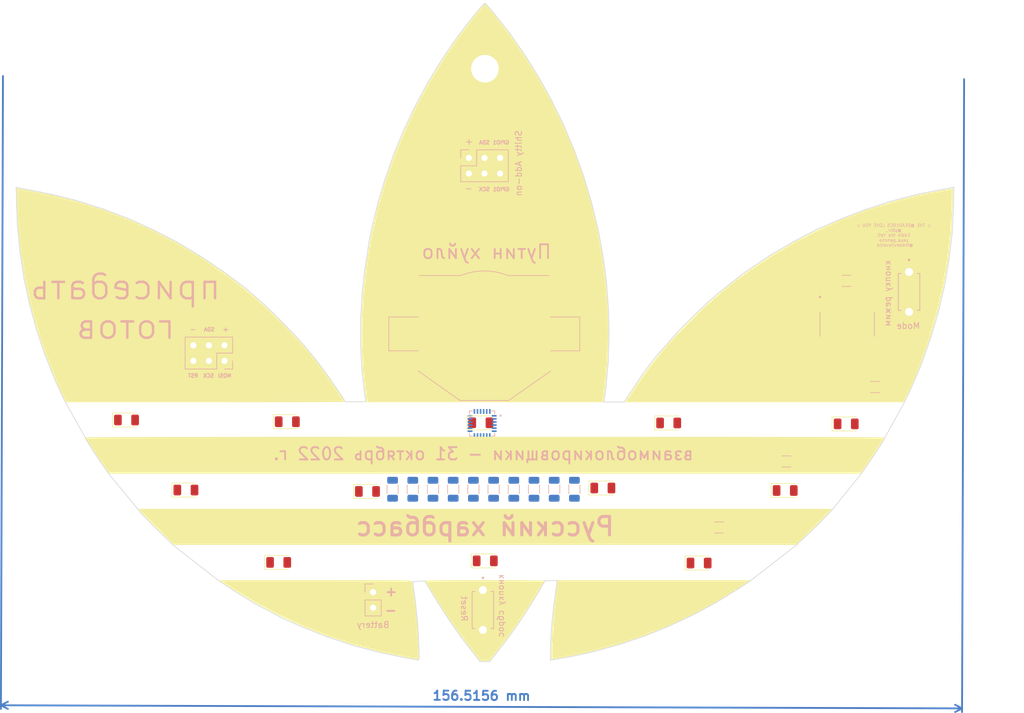
<source format=kicad_pcb>
(kicad_pcb (version 20221018) (generator pcbnew)
  (title_block (title "гопник badge") (date "2023-04-03") (rev "v0.2") (company "DE:AD:10:C5") (comment 1 "Русский хардбасс"))
  (layers (0 "F.Cu" signal) (31 "B.Cu" signal) (34 "B.Paste" user) (35 "F.Paste" user) (36 "B.SilkS" user "B.Silkscreen") (37 "F.SilkS" user "F.Silkscreen") (38 "B.Mask" user) (39 "F.Mask" user) (44 "Edge.Cuts" user))
  (net 0 "")
  (net 1 "GND")
  (net 2 "Net-(D1-Pad2)")
  (net 3 "Net-(D2-Pad2)")
  (net 4 "Net-(D3-Pad2)")
  (net 5 "Net-(D4-Pad2)")
  (net 6 "Net-(D5-Pad2)")
  (net 7 "Net-(D6-Pad2)")
  (net 8 "Net-(D7-Pad2)")
  (net 9 "Net-(D8-Pad2)")
  (net 10 "Net-(D9-Pad2)")
  (net 11 "Net-(D10-Pad2)")
  (net 12 "Net-(D11-Pad2)")
  (net 13 "Net-(D12-Pad2)")
  (net 14 "/8(MOSI)")
  (net 15 "VDD")
  (net 16 "/9(SCK)")
  (net 17 "/7(SDA)")
  (net 18 "/4(RST)")
  (net 19 "/12(SAO2)")
  (net 20 "/13(SAO1)")
  (net 21 "/2(LED Bottom Row)")
  (net 22 "/3(LED Mid Row)")
  (net 23 "/5(LED Top Row)")
  (footprint "Adidas:Adidas_Logo" (layer "F.Cu") (at 165.1 91.44)
    (fp_text reference "silkscreen" hide)
    (fp_text value "LOGO" hide)
  )
  (footprint "LED_SMD:LED_1206_3216Metric" (layer "F.Cu") (at 165.1538 128.6256)
    (fp_text reference "D2" hide)
    (fp_text value "SM1206NHC-IL" hide)
    (pad "1" smd roundrect (at -1.4 0) (size 1.25 1.75) (layers "F.Cu" "F.Paste" "F.Mask") (roundrect_rratio 0.2) (net 1 "GND"))
    (pad "2" smd roundrect (at 1.4 0) (size 1.25 1.75) (layers "F.Cu" "F.Paste" "F.Mask") (roundrect_rratio 0.2) (net 3 "Net-(D2-Pad2)"))
  )
  (footprint "LED_SMD:LED_1206_3216Metric" (layer "F.Cu") (at 145.9715 117.3226)
    (fp_text reference "D5" hide)
    (fp_text value "SM1206NHC-IL" hide)
    (pad "1" smd roundrect (at -1.4 0) (size 1.25 1.75) (layers "F.Cu" "F.Paste" "F.Mask") (roundrect_rratio 0.2) (net 1 "GND"))
    (pad "2" smd roundrect (at 1.4 0) (size 1.25 1.75) (layers "F.Cu" "F.Paste" "F.Mask") (roundrect_rratio 0.2) (net 6 "Net-(D5-Pad2)"))
  )
  (footprint "LED_SMD:LED_1206_3216Metric" (layer "F.Cu") (at 223.9294 106.3244)
    (fp_text reference "D12" hide)
    (fp_text value "SM1206NHC-IL" hide)
    (pad "1" smd roundrect (at -1.4 0) (size 1.25 1.75) (layers "F.Cu" "F.Paste" "F.Mask") (roundrect_rratio 0.2) (net 1 "GND"))
    (pad "2" smd roundrect (at 1.4 0) (size 1.25 1.75) (layers "F.Cu" "F.Paste" "F.Mask") (roundrect_rratio 0.2) (net 13 "Net-(D12-Pad2)"))
  )
  (footprint "DEAD10C5:MountingHole_4.5mm" (layer "F.Cu") (at 165.1 48.4886)
    (fp_text reference "REF**" hide)
    (fp_text value "MountingHole_4.5mm" hide)
    (pad "" np_thru_hole circle (at 0 0) (size 4.5 4.5) (drill 4.5) (layers "*.Cu" "*.Mask"))
  )
  (footprint "LED_SMD:LED_1206_3216Metric" (layer "F.Cu") (at 116.4084 117.094)
    (fp_text reference "D4" hide)
    (fp_text value "SM1206NHC-IL" hide)
    (pad "1" smd roundrect (at -1.4 0) (size 1.25 1.75) (layers "F.Cu" "F.Paste" "F.Mask") (roundrect_rratio 0.2) (net 1 "GND"))
    (pad "2" smd roundrect (at 1.4 0) (size 1.25 1.75) (layers "F.Cu" "F.Paste" "F.Mask") (roundrect_rratio 0.2) (net 5 "Net-(D4-Pad2)"))
  )
  (footprint "LED_SMD:LED_1206_3216Metric" (layer "F.Cu") (at 184.3047 116.7638)
    (fp_text reference "D6" hide)
    (fp_text value "SM1206NHC-IL" hide)
    (pad "1" smd roundrect (at -1.4 0) (size 1.25 1.75) (layers "F.Cu" "F.Paste" "F.Mask") (roundrect_rratio 0.2) (net 1 "GND"))
    (pad "2" smd roundrect (at 1.4 0) (size 1.25 1.75) (layers "F.Cu" "F.Paste" "F.Mask") (roundrect_rratio 0.2) (net 7 "Net-(D6-Pad2)"))
  )
  (footprint "LED_SMD:LED_1206_3216Metric" (layer "F.Cu") (at 164.4366 106.1466)
    (fp_text reference "D10" hide)
    (fp_text value "SM1206NHC-IL" hide)
    (pad "1" smd roundrect (at -1.4 0) (size 1.25 1.75) (layers "F.Cu" "F.Paste" "F.Mask") (roundrect_rratio 0.2) (net 1 "GND"))
    (pad "2" smd roundrect (at 1.4 0) (size 1.25 1.75) (layers "F.Cu" "F.Paste" "F.Mask") (roundrect_rratio 0.2) (net 11 "Net-(D10-Pad2)"))
  )
  (footprint "LED_SMD:LED_1206_3216Metric" (layer "F.Cu") (at 106.731 105.6894)
    (fp_text reference "D8" hide)
    (fp_text value "SM1206NHC-IL" hide)
    (pad "1" smd roundrect (at -1.4 0) (size 1.25 1.75) (layers "F.Cu" "F.Paste" "F.Mask") (roundrect_rratio 0.2) (net 1 "GND"))
    (pad "2" smd roundrect (at 1.4 0) (size 1.25 1.75) (layers "F.Cu" "F.Paste" "F.Mask") (roundrect_rratio 0.2) (net 9 "Net-(D8-Pad2)"))
  )
  (footprint "LED_SMD:LED_1206_3216Metric" (layer "F.Cu") (at 132.9184 105.9688)
    (fp_text reference "D9" hide)
    (fp_text value "SM1206NHC-IL" hide)
    (pad "1" smd roundrect (at -1.4 0) (size 1.25 1.75) (layers "F.Cu" "F.Paste" "F.Mask") (roundrect_rratio 0.2) (net 1 "GND"))
    (pad "2" smd roundrect (at 1.4 0) (size 1.25 1.75) (layers "F.Cu" "F.Paste" "F.Mask") (roundrect_rratio 0.2) (net 10 "Net-(D9-Pad2)"))
  )
  (footprint "LED_SMD:LED_1206_3216Metric" (layer "F.Cu") (at 195.0212 106.172)
    (fp_text reference "D11" hide)
    (fp_text value "SM1206NHC-IL" hide)
    (pad "1" smd roundrect (at -1.4 0) (size 1.25 1.75) (layers "F.Cu" "F.Paste" "F.Mask") (roundrect_rratio 0.2) (net 1 "GND"))
    (pad "2" smd roundrect (at 1.4 0) (size 1.25 1.75) (layers "F.Cu" "F.Paste" "F.Mask") (roundrect_rratio 0.2) (net 12 "Net-(D11-Pad2)"))
  )
  (footprint "LED_SMD:LED_1206_3216Metric" (layer "F.Cu") (at 199.9742 128.9812)
    (fp_text reference "D3" hide)
    (fp_text value "SM1206NHC-IL" hide)
    (pad "1" smd roundrect (at -1.4 0) (size 1.25 1.75) (layers "F.Cu" "F.Paste" "F.Mask") (roundrect_rratio 0.2) (net 1 "GND"))
    (pad "2" smd roundrect (at 1.4 0) (size 1.25 1.75) (layers "F.Cu" "F.Paste" "F.Mask") (roundrect_rratio 0.2) (net 4 "Net-(D3-Pad2)"))
  )
  (footprint "LED_SMD:LED_1206_3216Metric" (layer "F.Cu") (at 213.9952 117.1702)
    (fp_text reference "D7" hide)
    (fp_text value "SM1206NHC-IL" hide)
    (pad "1" smd roundrect (at -1.4 0) (size 1.25 1.75) (layers "F.Cu" "F.Paste" "F.Mask") (roundrect_rratio 0.2) (net 1 "GND"))
    (pad "2" smd roundrect (at 1.4 0) (size 1.25 1.75) (layers "F.Cu" "F.Paste" "F.Mask") (roundrect_rratio 0.2) (net 8 "Net-(D7-Pad2)"))
  )
  (footprint "LED_SMD:LED_1206_3216Metric" (layer "F.Cu") (at 131.5098 128.8796)
    (fp_text reference "D1" hide)
    (fp_text value "SM1206NHC-IL" hide)
    (pad "1" smd roundrect (at -1.4 0) (size 1.25 1.75) (layers "F.Cu" "F.Paste" "F.Mask") (roundrect_rratio 0.2) (net 1 "GND"))
    (pad "2" smd roundrect (at 1.4 0) (size 1.25 1.75) (layers "F.Cu" "F.Paste" "F.Mask") (roundrect_rratio 0.2) (net 2 "Net-(D1-Pad2)"))
  )
  (footprint "Resistor_SMD:R_1206_3216Metric" (layer "B.Cu") (at 153.3504 116.967 -90)
    (fp_text reference "R5" hide)
    (fp_text value "220Ω" hide)
    (pad "1" smd roundrect (at -1.4625 0 270) (size 1.125 1.75) (layers "B.Cu" "B.Paste" "B.Mask") (roundrect_rratio 0.2222222222) (net 22 "/3(LED Mid Row)"))
    (pad "2" smd roundrect (at 1.4625 0 270) (size 1.125 1.75) (layers "B.Cu" "B.Paste" "B.Mask") (roundrect_rratio 0.2222222222) (net 6 "Net-(D5-Pad2)"))
  )
  (footprint "Resistor_SMD:R_1206_3216Metric" (layer "B.Cu") (at 150.0604 116.967 -90)
    (fp_text reference "R4" hide)
    (fp_text value "220Ω" hide)
    (pad "1" smd roundrect (at -1.4625 0 270) (size 1.125 1.75) (layers "B.Cu" "B.Paste" "B.Mask") (roundrect_rratio 0.2222222222) (net 22 "/3(LED Mid Row)"))
    (pad "2" smd roundrect (at 1.4625 0 270) (size 1.125 1.75) (layers "B.Cu" "B.Paste" "B.Mask") (roundrect_rratio 0.2222222222) (net 5 "Net-(D4-Pad2)"))
  )
  (footprint "Resistor_SMD:R_1206_3216Metric" (layer "B.Cu") (at 166.5104 116.967 -90)
    (fp_text reference "R9" hide)
    (fp_text value "220Ω" hide)
    (pad "1" smd roundrect (at -1.4625 0 270) (size 1.125 1.75) (layers "B.Cu" "B.Paste" "B.Mask") (roundrect_rratio 0.2222222222) (net 23 "/5(LED Top Row)"))
    (pad "2" smd roundrect (at 1.4625 0 270) (size 1.125 1.75) (layers "B.Cu" "B.Paste" "B.Mask") (roundrect_rratio 0.2222222222) (net 10 "Net-(D9-Pad2)"))
  )
  (footprint "Resistor_SMD:R_1206_3216Metric" (layer "B.Cu") (at 176.3804 116.967 -90)
    (fp_text reference "R12" hide)
    (fp_text value "220Ω" hide)
    (pad "1" smd roundrect (at -1.4625 0 270) (size 1.125 1.75) (layers "B.Cu" "B.Paste" "B.Mask") (roundrect_rratio 0.2222222222) (net 23 "/5(LED Top Row)"))
    (pad "2" smd roundrect (at 1.4625 0 270) (size 1.125 1.75) (layers "B.Cu" "B.Paste" "B.Mask") (roundrect_rratio 0.2222222222) (net 13 "Net-(D12-Pad2)"))
  )
  (footprint "Resistor_SMD:R_1206_3216Metric" (layer "B.Cu") (at 179.6704 116.967 -90)
    (fp_text reference "R13" hide)
    (fp_text value "10kΩ" hide)
    (pad "1" smd roundrect (at -1.4625 0 270) (size 1.125 1.75) (layers "B.Cu" "B.Paste" "B.Mask") (roundrect_rratio 0.2222222222) (net 15 "VDD"))
    (pad "2" smd roundrect (at 1.4625 0 270) (size 1.125 1.75) (layers "B.Cu" "B.Paste" "B.Mask") (roundrect_rratio 0.2222222222) (net 18 "/4(RST)"))
  )
  (footprint "Resistor_SMD:R_1206_3216Metric" (layer "B.Cu") (at 228.6 100.33)
    (fp_text reference "R3" hide)
    (fp_text value "220Ω" hide)
    (pad "1" smd roundrect (at -1.4625 0) (size 1.125 1.75) (layers "B.Cu" "B.Paste" "B.Mask") (roundrect_rratio 0.2222222222) (net 21 "/2(LED Bottom Row)"))
    (pad "2" smd roundrect (at 1.4625 0) (size 1.125 1.75) (layers "B.Cu" "B.Paste" "B.Mask") (roundrect_rratio 0.2222222222) (net 4 "Net-(D3-Pad2)"))
  )
  (footprint "Resistor_SMD:R_1206_3216Metric" (layer "B.Cu") (at 169.8004 116.967 -90)
    (fp_text reference "R10" hide)
    (fp_text value "220Ω" hide)
    (pad "1" smd roundrect (at -1.4625 0 270) (size 1.125 1.75) (layers "B.Cu" "B.Paste" "B.Mask") (roundrect_rratio 0.2222222222) (net 23 "/5(LED Top Row)"))
    (pad "2" smd roundrect (at 1.4625 0 270) (size 1.125 1.75) (layers "B.Cu" "B.Paste" "B.Mask") (roundrect_rratio 0.2222222222) (net 11 "Net-(D10-Pad2)"))
  )
  (footprint "Connector_PinHeader_2.54mm:PinHeader_2x03_P2.54mm_Vertical" (layer "B.Cu") (at 162.4838 63.0174 -90)
    (fp_text reference "J2" hide)
    (fp_text value "Shitty Add-on" (at 0.8636 -8.1026 90) (layer "B.SilkS") (effects (justify mirror)))
    (pad "1" thru_hole rect (at 0 0 270) (size 1.7 1.7) (drill 1) (layers "*.Cu" "*.Mask") (net 15 "VDD"))
    (pad "2" thru_hole oval (at 2.54 0 270) (size 1.7 1.7) (drill 1) (layers "*.Cu" "*.Mask") (net 1 "GND"))
    (pad "3" thru_hole oval (at 0 -2.54 270) (size 1.7 1.7) (drill 1) (layers "*.Cu" "*.Mask") (net 17 "/7(SDA)"))
    (pad "4" thru_hole oval (at 2.54 -2.54 270) (size 1.7 1.7) (drill 1) (layers "*.Cu" "*.Mask") (net 16 "/9(SCK)"))
    (pad "5" thru_hole oval (at 0 -5.08 270) (size 1.7 1.7) (drill 1) (layers "*.Cu" "*.Mask") (net 19 "/12(SAO2)"))
    (pad "6" thru_hole oval (at 2.54 -5.08 270) (size 1.7 1.7) (drill 1) (layers "*.Cu" "*.Mask") (net 20 "/13(SAO1)"))
  )
  (footprint "Resistor_SMD:R_1206_3216Metric" (layer "B.Cu") (at 163.2204 116.967 -90)
    (fp_text reference "R8" hide)
    (fp_text value "220Ω" hide)
    (pad "1" smd roundrect (at -1.4625 0 270) (size 1.125 1.75) (layers "B.Cu" "B.Paste" "B.Mask") (roundrect_rratio 0.2222222222) (net 23 "/5(LED Top Row)"))
    (pad "2" smd roundrect (at 1.4625 0 270) (size 1.125 1.75) (layers "B.Cu" "B.Paste" "B.Mask") (roundrect_rratio 0.2222222222) (net 9 "Net-(D8-Pad2)"))
  )
  (footprint "Resistor_SMD:R_1206_3216Metric" (layer "B.Cu") (at 156.6404 116.967 -90)
    (fp_text reference "R6" hide)
    (fp_text value "220Ω" hide)
    (pad "1" smd roundrect (at -1.4625 0 270) (size 1.125 1.75) (layers "B.Cu" "B.Paste" "B.Mask") (roundrect_rratio 0.2222222222) (net 22 "/3(LED Mid Row)"))
    (pad "2" smd roundrect (at 1.4625 0 270) (size 1.125 1.75) (layers "B.Cu" "B.Paste" "B.Mask") (roundrect_rratio 0.2222222222) (net 7 "Net-(D6-Pad2)"))
  )
  (footprint "Resistor_SMD:R_1206_3216Metric" (layer "B.Cu") (at 223.9772 83.0326 180)
    (fp_text reference "R14" hide)
    (fp_text value "470Ω" hide)
    (pad "1" smd roundrect (at -1.4625 0 180) (size 1.125 1.75) (layers "B.Cu" "B.Paste" "B.Mask") (roundrect_rratio 0.222222) (net 20 "/13(SAO1)"))
    (pad "2" smd roundrect (at 1.4625 0 180) (size 1.125 1.75) (layers "B.Cu" "B.Paste" "B.Mask") (roundrect_rratio 0.222222) (net 15 "VDD"))
  )
  (footprint "Connector_PinSocket_2.54mm:PinSocket_1x02_P2.54mm_Vertical" (layer "B.Cu") (at 146.8878 133.7256 180)
    (fp_text reference "J4" hide)
    (fp_text value "Battery" (at 0 -5.31) (layer "B.SilkS") (effects (justify mirror)))
    (pad "1" thru_hole rect (at 0 0 180) (size 1.7 1.7) (drill 1) (layers "*.Cu" "*.Mask") (net 15 "VDD"))
    (pad "2" thru_hole oval (at 0 -2.54 180) (size 1.7 1.7) (drill 1) (layers "*.Cu" "*.Mask") (net 1 "GND"))
  )
  (footprint "Resistor_SMD:R_1206_3216Metric" (layer "B.Cu") (at 173.0904 116.967 -90)
    (fp_text reference "R11" hide)
    (fp_text value "220Ω" hide)
    (pad "1" smd roundrect (at -1.4625 0 270) (size 1.125 1.75) (layers "B.Cu" "B.Paste" "B.Mask") (roundrect_rratio 0.2222222222) (net 23 "/5(LED Top Row)"))
    (pad "2" smd roundrect (at 1.4625 0 270) (size 1.125 1.75) (layers "B.Cu" "B.Paste" "B.Mask") (roundrect_rratio 0.2222222222) (net 12 "Net-(D11-Pad2)"))
  )
  (footprint "DEAD10C5:SW_TL1107BF130WQ" (layer "B.Cu") (at 234.1626 84.8348 -90)
    (fp_text reference "S2" hide)
    (fp_text value "TL1107BF180WQ" hide)
    (fp_text user "Mode" (at 5.513 0.127 unlocked) (layer "B.SilkS") (effects (justify mirror)))
    (fp_text user "кнопку режим" (at 0.2298 3.5052 90 unlocked) (layer "B.SilkS") (effects (justify mirror)))
    (pad "1" thru_hole rect (at -3.25 0 270) (size 1.95 1.95) (drill 1.3) (layers "*.Cu" "*.Mask") (net 20 "/13(SAO1)"))
    (pad "2" thru_hole circle (at 3.25 0 270) (size 1.95 1.95) (drill 1.3) (layers "*.Cu" "*.Mask") (net 1 "GND"))
  )
  (footprint "Resistor_SMD:R_1206_3216Metric" (layer "B.Cu") (at 214.1982 112.4458 180)
    (fp_text reference "R2" hide)
    (fp_text value "220Ω" hide)
    (pad "1" smd roundrect (at -1.4625 0 180) (size 1.125 1.75) (layers "B.Cu" "B.Paste" "B.Mask") (roundrect_rratio 0.2222222222) (net 21 "/2(LED Bottom Row)"))
    (pad "2" smd roundrect (at 1.4625 0 180) (size 1.125 1.75) (layers "B.Cu" "B.Paste" "B.Mask") (roundrect_rratio 0.2222222222) (net 3 "Net-(D2-Pad2)"))
  )
  (footprint "Resistor_SMD:R_1206_3216Metric" (layer "B.Cu") (at 159.9304 116.967 -90)
    (fp_text reference "R7" hide)
    (fp_text value "220Ω" hide)
    (pad "1" smd roundrect (at -1.4625 0 270) (size 1.125 1.75) (layers "B.Cu" "B.Paste" "B.Mask") (roundrect_rratio 0.2222222222) (net 22 "/3(LED Mid Row)"))
    (pad "2" smd roundrect (at 1.4625 0 270) (size 1.125 1.75) (layers "B.Cu" "B.Paste" "B.Mask") (roundrect_rratio 0.2222222222) (net 8 "Net-(D7-Pad2)"))
  )
  (footprint "DEAD10C5:SW_TL1107BF130WQ" (layer "B.Cu") (at 164.7698 136.6254 -90)
    (fp_text reference "S1" hide)
    (fp_text value "TL1107BF180WQ" hide)
    (fp_text user "Reset" (at -0.202 3.048 270 unlocked) (layer "B.SilkS") (effects (justify mirror)))
    (fp_text user "кнопку сброс" (at -0.6846 -2.8956 90 unlocked) (layer "B.SilkS") (effects (justify mirror)))
    (pad "1" thru_hole rect (at -3.25 0 270) (size 1.95 1.95) (drill 1.3) (layers "*.Cu" "*.Mask") (net 18 "/4(RST)"))
    (pad "2" thru_hole circle (at 3.25 0 270) (size 1.95 1.95) (drill 1.3) (layers "*.Cu" "*.Mask") (net 1 "GND"))
  )
  (footprint "DEAD10C5:SOIC127P599X175-14N" (layer "B.Cu") (at 224.0801 90.0916 -90)
    (fp_text reference "U2" hide)
    (fp_text value "ATTINY841-SSU" hide)
    (pad "1" smd roundrect (at -2.47 3.81 270) (size 1.97 0.59) (layers "B.Cu" "B.Paste" "B.Mask") (roundrect_rratio 0.07) (net 15 "VDD"))
    (pad "2" smd roundrect (at -2.47 2.54 270) (size 1.97 0.59) (layers "B.Cu" "B.Paste" "B.Mask") (roundrect_rratio 0.07) (net 21 "/2(LED Bottom Row)"))
    (pad "3" smd roundrect (at -2.47 1.27 270) (size 1.97 0.59) (layers "B.Cu" "B.Paste" "B.Mask") (roundrect_rratio 0.07) (net 22 "/3(LED Mid Row)"))
    (pad "4" smd roundrect (at -2.47 0 270) (size 1.97 0.59) (layers "B.Cu" "B.Paste" "B.Mask") (roundrect_rratio 0.07) (net 18 "/4(RST)"))
    (pad "5" smd roundrect (at -2.47 -1.27 270) (size 1.97 0.59) (layers "B.Cu" "B.Paste" "B.Mask") (roundrect_rratio 0.07) (net 23 "/5(LED Top Row)"))
    (pad "6" smd roundrect (at -2.47 -2.54 270) (size 1.97 0.59) (layers "B.Cu" "B.Paste" "B.Mask") (roundrect_rratio 0.07))
    (pad "7" smd roundrect (at -2.47 -3.81 270) (size 1.97 0.59) (layers "B.Cu" "B.Paste" "B.Mask") (roundrect_rratio 0.07) (net 17 "/7(SDA)"))
    (pad "8" smd roundrect (at 2.47 -3.81 270) (size 1.97 0.59) (layers "B.Cu" "B.Paste" "B.Mask") (roundrect_rratio 0.07) (net 14 "/8(MOSI)"))
    (pad "9" smd roundrect (at 2.47 -2.54 270) (size 1.97 0.59) (layers "B.Cu" "B.Paste" "B.Mask") (roundrect_rratio 0.07) (net 16 "/9(SCK)"))
    (pad "10" smd roundrect (at 2.47 -1.27 270) (size 1.97 0.59) (layers "B.Cu" "B.Paste" "B.Mask") (roundrect_rratio 0.07))
    (pad "11" smd roundrect (at 2.47 0 270) (size 1.97 0.59) (layers "B.Cu" "B.Paste" "B.Mask") (roundrect_rratio 0.07))
    (pad "12" smd roundrect (at 2.47 1.27 270) (size 1.97 0.59) (layers "B.Cu" "B.Paste" "B.Mask") (roundrect_rratio 0.07) (net 19 "/12(SAO2)"))
    (pad "13" smd roundrect (at 2.47 2.54 270) (size 1.97 0.59) (layers "B.Cu" "B.Paste" "B.Mask") (roundrect_rratio 0.07) (net 20 "/13(SAO1)"))
    (pad "14" smd roundrect (at 2.47 3.81 270) (size 1.97 0.59) (layers "B.Cu" "B.Paste" "B.Mask") (roundrect_rratio 0.07) (net 1 "GND"))
  )
  (footprint "DEAD10C5:BatteryHolder_Keystone_3002_1x2032" (layer "B.Cu") (at 164.9984 91.6686 180)
    (fp_text reference "BT1" hide)
    (fp_text value "Battery Clip" hide)
    (pad "1" smd rect (at -12.8 0 180) (size 5.1 5.1) (layers "B.Cu" "B.Paste" "B.Mask") (net 1 "GND"))
    (pad "1" smd rect (at 12.8 0 180) (size 5.1 5.1) (layers "B.Cu" "B.Paste" "B.Mask") (net 1 "GND"))
    (pad "2" smd circle (at 0 0 180) (size 17.8 17.8) (layers "B.Cu" "B.Mask") (net 15 "VDD"))
  )
  (footprint "Resistor_SMD:R_1206_3216Metric" (layer "B.Cu") (at 203.2 123.19 180)
    (fp_text reference "R1" hide)
    (fp_text value "220Ω" hide)
    (pad "1" smd roundrect (at -1.4625 0 180) (size 1.125 1.75) (layers "B.Cu" "B.Paste" "B.Mask") (roundrect_rratio 0.2222222222) (net 21 "/2(LED Bottom Row)"))
    (pad "2" smd roundrect (at 1.4625 0 180) (size 1.125 1.75) (layers "B.Cu" "B.Paste" "B.Mask") (roundrect_rratio 0.2222222222) (net 2 "Net-(D1-Pad2)"))
  )
  (footprint "Connector_PinHeader_2.54mm:PinHeader_2x03_P2.54mm_Vertical" (layer "B.Cu") (at 122.6924 96.0678 90)
    (fp_text reference "J1" hide)
    (fp_text value "ISP Header" hide)
    (pad "1" thru_hole rect (at 0 0 90) (size 1.7 1.7) (drill 1) (layers "*.Cu" "*.Mask") (net 14 "/8(MOSI)"))
    (pad "2" thru_hole oval (at 2.54 0 90) (size 1.7 1.7) (drill 1) (layers "*.Cu" "*.Mask") (net 15 "VDD"))
    (pad "3" thru_hole oval (at 0 -2.54 90) (size 1.7 1.7) (drill 1) (layers "*.Cu" "*.Mask") (net 16 "/9(SCK)"))
    (pad "4" thru_hole oval (at 2.54 -2.54 90) (size 1.7 1.7) (drill 1) (layers "*.Cu" "*.Mask") (net 17 "/7(SDA)"))
    (pad "5" thru_hole oval (at 0 -5.08 90) (size 1.7 1.7) (drill 1) (layers "*.Cu" "*.Mask") (net 18 "/4(RST)"))
    (pad "6" thru_hole oval (at 2.54 -5.08 90) (size 1.7 1.7) (drill 1) (layers "*.Cu" "*.Mask") (net 1 "GND"))
  )
  (footprint "DEAD10C5:QFN50P400X400X95-24N" (layer "B.Cu") (at 164.6388 106.2624 180)
    (fp_text reference "U1" hide)
    (fp_text value "MPU-6050" hide)
    (pad "1" smd rect (at -1.97 1.25 180) (size 0.79 0.26) (layers "B.Cu" "B.Paste" "B.Mask"))
    (pad "2" smd rect (at -1.97 0.75 180) (size 0.79 0.26) (layers "B.Cu" "B.Paste" "B.Mask"))
    (pad "3" smd rect (at -1.97 0.25 180) (size 0.79 0.26) (layers "B.Cu" "B.Paste" "B.Mask"))
    (pad "4" smd rect (at -1.97 -0.25 180) (size 0.79 0.26) (layers "B.Cu" "B.Paste" "B.Mask"))
    (pad "5" smd rect (at -1.97 -0.75 180) (size 0.79 0.26) (layers "B.Cu" "B.Paste" "B.Mask"))
    (pad "6" smd rect (at -1.97 -1.25 180) (size 0.79 0.26) (layers "B.Cu" "B.Paste" "B.Mask"))
    (pad "7" smd rect (at -1.25 -1.97 90) (size 0.79 0.26) (layers "B.Cu" "B.Paste" "B.Mask"))
    (pad "8" smd rect (at -0.75 -1.97 90) (size 0.79 0.26) (layers "B.Cu" "B.Paste" "B.Mask"))
    (pad "9" smd rect (at -0.25 -1.97 90) (size 0.79 0.26) (layers "B.Cu" "B.Paste" "B.Mask"))
    (pad "10" smd rect (at 0.25 -1.97 90) (size 0.79 0.26) (layers "B.Cu" "B.Paste" "B.Mask"))
    (pad "11" smd rect (at 0.75 -1.97 90) (size 0.79 0.26) (layers "B.Cu" "B.Paste" "B.Mask"))
    (pad "12" smd rect (at 1.25 -1.97 90) (size 0.79 0.26) (layers "B.Cu" "B.Paste" "B.Mask"))
    (pad "13" smd rect (at 1.97 -1.25) (size 0.79 0.26) (layers "B.Cu" "B.Paste" "B.Mask") (net 15 "VDD"))
    (pad "14" smd rect (at 1.97 -0.75) (size 0.79 0.26) (layers "B.Cu" "B.Paste" "B.Mask"))
    (pad "15" smd rect (at 1.97 -0.25) (size 0.79 0.26) (layers "B.Cu" "B.Paste" "B.Mask"))
    (pad "16" smd rect (at 1.97 0.25) (size 0.79 0.26) (layers "B.Cu" "B.Paste" "B.Mask"))
    (pad "17" smd rect (at 1.97 0.75) (size 0.79 0.26) (layers "B.Cu" "B.Paste" "B.Mask"))
    (pad "18" smd rect (at 1.97 1.25) (size 0.79 0.26) (layers "B.Cu" "B.Paste" "B.Mask") (net 1 "GND"))
    (pad "19" smd rect (at 1.25 1.97 270) (size 0.79 0.26) (layers "B.Cu" "B.Paste" "B.Mask"))
    (pad "20" smd rect (at 0.75 1.97 270) (size 0.79 0.26) (layers "B.Cu" "B.Paste" "B.Mask"))
    (pad "21" smd rect (at 0.25 1.97 270) (size 0.79 0.26) (layers "B.Cu" "B.Paste" "B.Mask"))
    (pad "22" smd rect (at -0.25 1.97 270) (size 0.79 0.26) (layers "B.Cu" "B.Paste" "B.Mask"))
    (pad "23" smd rect (at -0.75 1.97 270) (size 0.79 0.26) (layers "B.Cu" "B.Paste" "B.Mask") (net 16 "/9(SCK)"))
    (pad "24" smd rect (at -1.25 1.97 270) (size 0.79 0.26) (layers "B.Cu" "B.Paste" "B.Mask") (net 17 "/7(SDA)"))
  )
  (gr_line (start 159.75 138.97) (end 161.3 141.17) (stroke (width 0.1)) (layer "Edge.Cuts"))
  (gr_line (start 221.57 120.37) (end 221.75 120.17) (stroke (width 0.1)) (layer "Edge.Cuts"))
  (gr_line (start 130.7 88.34) (end 128.6 86.37) (stroke (width 0.1)) (layer "Edge.Cuts"))
  (gr_line (start 184.77 142.86) (end 186.51 142.38) (stroke (width 0.1)) (layer "Edge.Cuts"))
  (gr_line (start 89.26 77.08) (end 89.38 78.34) (stroke (width 0.1)) (layer "Edge.Cuts"))
  (gr_line (start 158.12 46.93) (end 157.24 48.35) (stroke (width 0.1)) (layer "Edge.Cuts"))
  (gr_line (start 146.85 73.65) (end 146.46 75.47) (stroke (width 0.1)) (layer "Edge.Cuts"))
  (gr_line (start 157.47 135.48) (end 158.5 137.1) (stroke (width 0.1)) (layer "Edge.Cuts"))
  (gr_line (start 94.33 97.29) (end 94.82 98.53) (stroke (width 0.1)) (layer "Edge.Cuts"))
  (gr_line (start 241.2 75.2) (end 241.4 71.11) (stroke (width 0.1)) (layer "Edge.Cuts"))
  (gr_line (start 195.08 139.25) (end 197.1 138.3) (stroke (width 0.1)) (layer "Edge.Cuts"))
  (gr_line (start 109.85 121.65) (end 111.61 123.42) (stroke (width 0.1)) (layer "Edge.Cuts"))
  (gr_line (start 153.73 134.9) (end 153.34 132) (stroke (width 0.1)) (layer "Edge.Cuts"))
  (gr_line (start 95.63 100.37) (end 96.39 102) (stroke (width 0.1)) (layer "Edge.Cuts"))
  (gr_line (start 140.86 100.41) (end 139.96 99.11) (stroke (width 0.1)) (layer "Edge.Cuts"))
  (gr_line (start 144.92 94.91) (end 145.09 97.9) (stroke (width 0.1)) (layer "Edge.Cuts"))
  (gr_line (start 189.54 100.08) (end 188.73 101.27) (stroke (width 0.1)) (layer "Edge.Cuts"))
  (gr_line (start 198.97 88.83) (end 196.66 91.14) (stroke (width 0.1)) (layer "Edge.Cuts"))
  (gr_line (start 175.94 139.49) (end 175.87 140.56) (stroke (width 0.1)) (layer "Edge.Cuts"))
  (gr_line (start 176.88 131.8) (end 176.63 133.51) (stroke (width 0.1)) (layer "Edge.Cuts"))
  (gr_line (start 181.62 67.48) (end 181.22 66.13) (stroke (width 0.1)) (layer "Edge.Cuts"))
  (gr_line (start 184.6 80.91) (end 184.31 78.87) (stroke (width 0.1)) (layer "Edge.Cuts"))
  (gr_line (start 144.99 87.06) (end 144.85 89.2) (stroke (width 0.1)) (layer "Edge.Cuts"))
  (gr_line (start 159.7 44.61) (end 158.12 46.93) (stroke (width 0.1)) (layer "Edge.Cuts"))
  (gr_line (start 100 108.52) (end 100.08 108.72) (stroke (width 0.1)) (layer "Edge.Cuts"))
  (gr_line (start 148.7 66.84) (end 147.71 70.22) (stroke (width 0.1)) (layer "Edge.Cuts"))
  (gr_line (start 186.51 142.38) (end 186.94 142.26) (stroke (width 0.1)) (layer "Edge.Cuts"))
  (gr_line (start 175.76 144.81) (end 176.47 144.67) (stroke (width 0.1)) (layer "Edge.Cuts"))
  (gr_line (start 226.37 114.45) (end 227.51 112.82) (stroke (width 0.1)) (layer "Edge.Cuts"))
  (gr_line (start 199.02 137.41) (end 199.71 137.03) (stroke (width 0.1)) (layer "Edge.Cuts"))
  (gr_line (start 184.88 83.17) (end 184.6 80.91) (stroke (width 0.1)) (layer "Edge.Cuts"))
  (gr_line (start 162.19 142.32) (end 164.32 145.03) (stroke (width 0.1)) (layer "Edge.Cuts"))
  (gr_line (start 201.37 136.14) (end 202.68 135.43) (stroke (width 0.1)) (layer "Edge.Cuts"))
  (gr_line (start 239.53 68.14) (end 235.65 68.92) (stroke (width 0.1)) (layer "Edge.Cuts"))
  (gr_line (start 185.31 91.48) (end 185.22 87.61) (stroke (width 0.1)) (layer "Edge.Cuts"))
  (gr_line (start 175.87 140.56) (end 175.84 141.24) (stroke (width 0.1)) (layer "Edge.Cuts"))
  (gr_line (start 230.21 108.58) (end 233.41 102.81) (stroke (width 0.1)) (layer "Edge.Cuts"))
  (gr_line (start 236.72 95.09) (end 237.77 92.09) (stroke (width 0.1)) (layer "Edge.Cuts"))
  (gr_line (start 165.12 37.81) (end 164.98 37.93) (stroke (width 0.1)) (layer "Edge.Cuts"))
  (gr_line (start 139.96 99.11) (end 139.17 98) (stroke (width 0.1)) (layer "Edge.Cuts"))
  (gr_line (start 138.17 96.66) (end 137.55 95.84) (stroke (width 0.1)) (layer "Edge.Cuts"))
  (gr_line (start 127.82 135.7) (end 132.08 137.95) (stroke (width 0.1)) (layer "Edge.Cuts"))
  (gr_line (start 163.33 39.79) (end 162.07 41.4) (stroke (width 0.1)) (layer "Edge.Cuts"))
  (gr_line (start 161.3 141.17) (end 162.19 142.32) (stroke (width 0.1)) (layer "Edge.Cuts"))
  (gr_line (start 95.15 99.33) (end 95.63 100.37) (stroke (width 0.1)) (layer "Edge.Cuts"))
  (gr_line (start 183.5 74.55) (end 182.62 70.92) (stroke (width 0.1)) (layer "Edge.Cuts"))
  (gr_line (start 154.32 144.64) (end 154.39 144.43) (stroke (width 0.1)) (layer "Edge.Cuts"))
  (gr_line (start 182.16 143.55) (end 182.75 143.42) (stroke (width 0.1)) (layer "Edge.Cuts"))
  (gr_line (start 176 53.74) (end 175.5 52.81) (stroke (width 0.1)) (layer "Edge.Cuts"))
  (gr_line (start 132.08 137.95) (end 135.43 139.44) (stroke (width 0.1)) (layer "Edge.Cuts"))
  (gr_line (start 144.87 90.61) (end 144.87 91.54) (stroke (width 0.1)) (layer "Edge.Cuts"))
  (gr_line (start 150.37 62.14) (end 150.13 62.73) (stroke (width 0.1)) (layer "Edge.Cuts"))
  (gr_line (start 93.1 94.06) (end 93.46 95.09) (stroke (width 0.1)) (layer "Edge.Cuts"))
  (gr_line (start 113.39 75.91) (end 111.8 75.09) (stroke (width 0.1)) (layer "Edge.Cuts"))
  (gr_line (start 94.62 68.97) (end 92.84 68.6) (stroke (width 0.1)) (layer "Edge.Cuts"))
  (gr_line (start 197.1 138.3) (end 199.02 137.41) (stroke (width 0.1)) (layer "Edge.Cuts"))
  (gr_line (start 101.34 70.81) (end 98.47 69.92) (stroke (width 0.1)) (layer "Edge.Cuts"))
  (gr_line (start 215.78 126.08) (end 216.73 125.18) (stroke (width 0.1)) (layer "Edge.Cuts"))
  (gr_line (start 127.31 85.25) (end 126.17 84.28) (stroke (width 0.1)) (layer "Edge.Cuts"))
  (gr_line (start 216.73 125.18) (end 218.39 123.65) (stroke (width 0.1)) (layer "Edge.Cuts"))
  (gr_line (start 155.93 50.51) (end 155.32 51.61) (stroke (width 0.1)) (layer "Edge.Cuts"))
  (gr_line (start 89.38 78.34) (end 89.48 78.93) (stroke (width 0.1)) (layer "Edge.Cuts"))
  (gr_line (start 229.62 109.65) (end 230.12 108.8) (stroke (width 0.1)) (layer "Edge.Cuts"))
  (gr_line (start 93.46 95.09) (end 93.82 96) (stroke (width 0.1)) (layer "Edge.Cuts"))
  (gr_line (start 182.46 70.27) (end 181.62 67.48) (stroke (width 0.1)) (layer "Edge.Cuts"))
  (gr_line (start 106.95 72.84) (end 106.21 72.58) (stroke (width 0.1)) (layer "Edge.Cuts"))
  (gr_line (start 235.49 98.24) (end 236.17 96.62) (stroke (width 0.1)) (layer "Edge.Cuts"))
  (gr_line (start 164.98 37.93) (end 164.7 38.19) (stroke (width 0.1)) (layer "Edge.Cuts"))
  (gr_line (start 154.14 144.77) (end 154.29 144.74) (stroke (width 0.1)) (layer "Edge.Cuts"))
  (gr_line (start 109.13 120.91) (end 109.85 121.65) (stroke (width 0.1)) (layer "Edge.Cuts"))
  (gr_line (start 173.48 49.25) (end 171.58 46.2) (stroke (width 0.1)) (layer "Edge.Cuts"))
  (gr_line (start 154.1 138.31) (end 153.73 134.9) (stroke (width 0.1)) (layer "Edge.Cuts"))
  (gr_line (start 234.22 101.15) (end 235.49 98.24) (stroke (width 0.1)) (layer "Edge.Cuts"))
  (gr_line (start 218.39 123.65) (end 219.83 122.22) (stroke (width 0.1)) (layer "Edge.Cuts"))
  (gr_line (start 139.5 141.02) (end 143.74 142.44) (stroke (width 0.1)) (layer "Edge.Cuts"))
  (gr_line (start 219.83 122.22) (end 221.01 120.99) (stroke (width 0.1)) (layer "Edge.Cuts"))
  (gr_line (start 151.77 144.34) (end 154.14 144.77) (stroke (width 0.1)) (layer "Edge.Cuts"))
  (gr_line (start 237.77 92.09) (end 238.56 89.45) (stroke (width 0.1)) (layer "Edge.Cuts"))
  (gr_line (start 134.03 91.76) (end 133.44 91.12) (stroke (width 0.1)) (layer "Edge.Cuts"))
  (gr_line (start 153.34 132) (end 155.35 131.9) (stroke (width 0.1)) (layer "Edge.Cuts"))
  (gr_line (start 91.74 89.74) (end 92.05 90.95) (stroke (width 0.1)) (layer "Edge.Cuts"))
  (gr_line (start 199.71 137.03) (end 201.37 136.14) (stroke (width 0.1)) (layer "Edge.Cuts"))
  (gr_line (start 89.62 67.99) (end 88.76 67.78) (stroke (width 0.1)) (layer "Edge.Cuts"))
  (gr_line (start 95.8 69.24) (end 94.62 68.97) (stroke (width 0.1)) (layer "Edge.Cuts"))
  (gr_line (start 144.85 89.2) (end 144.87 90.61) (stroke (width 0.1)) (layer "Edge.Cuts"))
  (gr_line (start 184.49 102.76) (end 184.8 100.52) (stroke (width 0.1)) (layer "Edge.Cuts"))
  (gr_line (start 157.24 48.35) (end 155.93 50.51) (stroke (width 0.1)) (layer "Edge.Cuts"))
  (gr_line (start 151.8 58.61) (end 150.81 61.06) (stroke (width 0.1)) (layer "Edge.Cuts"))
  (gr_line (start 90.27 83.7) (end 90.69 85.68) (stroke (width 0.1)) (layer "Edge.Cuts"))
  (gr_line (start 196.66 91.14) (end 192.92 95.36) (stroke (width 0.1)) (layer "Edge.Cuts"))
  (gr_line (start 211.64 78.8) (end 207.17 81.8) (stroke (width 0.1)) (layer "Edge.Cuts"))
  (gr_line (start 192.77 140.19) (end 194.88 139.33) (stroke (width 0.1)) (layer "Edge.Cuts"))
  (gr_line (start 177.94 57.7) (end 177.14 56.04) (stroke (width 0.1)) (layer "Edge.Cuts"))
  (gr_line (start 160.66 43.24) (end 159.7 44.61) (stroke (width 0.1)) (layer "Edge.Cuts"))
  (gr_line (start 214.05 77.39) (end 211.64 78.8) (stroke (width 0.1)) (layer "Edge.Cuts"))
  (gr_line (start 191.91 96.69) (end 190.62 98.45) (stroke (width 0.1)) (layer "Edge.Cuts"))
  (gr_line (start 145.51 101.44) (end 145.68 102.72) (stroke (width 0.1)) (layer "Edge.Cuts"))
  (gr_line (start 206.22 82.57) (end 202.87 85.21) (stroke (width 0.1)) (layer "Edge.Cuts"))
  (gr_line (start 155.67 132.51) (end 156.01 133.07) (stroke (width 0.1)) (layer "Edge.Cuts"))
  (gr_line (start 175.84 141.24) (end 175.79 142.45) (stroke (width 0.1)) (layer "Edge.Cuts"))
  (gr_line (start 103.59 114.08) (end 103.85 114.46) (stroke (width 0.1)) (layer "Edge.Cuts"))
  (gr_line (start 126.17 84.28) (end 125.02 83.39) (stroke (width 0.1)) (layer "Edge.Cuts"))
  (gr_line (start 158.5 137.1) (end 159.75 138.97) (stroke (width 0.1)) (layer "Edge.Cuts"))
  (gr_line (start 108.9 120.66) (end 109.13 120.91) (stroke (width 0.1)) (layer "Edge.Cuts"))
  (gr_line (start 236.17 96.62) (end 236.72 95.09) (stroke (width 0.1)) (layer "Edge.Cuts"))
  (gr_line (start 103 71.36) (end 101.34 70.81) (stroke (width 0.1)) (layer "Edge.Cuts"))
  (gr_line (start 102.06 111.85) (end 102.55 112.62) (stroke (width 0.1)) (layer "Edge.Cuts"))
  (gr_line (start 175.79 142.45) (end 175.76 143.89) (stroke (width 0.1)) (layer "Edge.Cuts"))
  (gr_line (start 227.51 112.82) (end 228.87 110.81) (stroke (width 0.1)) (layer "Edge.Cuts"))
  (gr_line (start 188.73 101.27) (end 187.78 102.76) (stroke (width 0.1)) (layer "Edge.Cuts"))
  (gr_line (start 149.34 65.02) (end 148.7 66.84) (stroke (width 0.1)) (layer "Edge.Cuts"))
  (gr_line (start 154.36 142.77) (end 154.23 140.2) (stroke (width 0.1)) (layer "Edge.Cuts"))
  (gr_line (start 100.08 108.72) (end 100.23 108.99) (stroke (width 0.1)) (layer "Edge.Cuts"))
  (gr_line (start 178.81 144.27) (end 180.23 143.98) (stroke (width 0.1)) (layer "Edge.Cuts"))
  (gr_line (start 89.48 78.93) (end 89.75 80.8) (stroke (width 0.1)) (layer "Edge.Cuts"))
  (gr_line (start 111.12 74.74) (end 107.56 73.12) (stroke (width 0.1)) (layer "Edge.Cuts"))
  (gr_line (start 139.17 98) (end 138.17 96.66) (stroke (width 0.1)) (layer "Edge.Cuts"))
  (gr_line (start 145.09 97.9) (end 145.51 101.44) (stroke (width 0.1)) (layer "Edge.Cuts"))
  (gr_line (start 202.68 135.43) (end 202.82 135.36) (stroke (width 0.1)) (layer "Edge.Cuts"))
  (gr_line (start 133.44 91.12) (end 132.45 90.13) (stroke (width 0.1)) (layer "Edge.Cuts"))
  (gr_line (start 154.29 144.74) (end 154.32 144.64) (stroke (width 0.1)) (layer "Edge.Cuts"))
  (gr_line (start 221.75 120.17) (end 226.37 114.45) (stroke (width 0.1)) (layer "Edge.Cuts"))
  (gr_line (start 190.62 98.45) (end 189.73 99.79) (stroke (width 0.1)) (layer "Edge.Cuts"))
  (gr_line (start 150.81 61.06) (end 150.37 62.14) (stroke (width 0.1)) (layer "Edge.Cuts"))
  (gr_line (start 96.85 102.9) (end 100 108.52) (stroke (width 0.1)) (layer "Edge.Cuts"))
  (gr_line (start 173.94 50) (end 173.48 49.25) (stroke (width 0.1)) (layer "Edge.Cuts"))
  (gr_line (start 175.76 143.89) (end 175.76 144.81) (stroke (width 0.1)) (layer "Edge.Cuts"))
  (gr_line (start 114.99 76.75) (end 113.39 75.91) (stroke (width 0.1)) (layer "Edge.Cuts"))
  (gr_line (start 111.61 123.42) (end 112.65 124.42) (stroke (width 0.1)) (layer "Edge.Cuts"))
  (gr_line (start 221.01 120.99) (end 221.57 120.37) (stroke (width 0.1)) (layer "Edge.Cuts"))
  (gr_line (start 138.94 140.82) (end 139.5 141.02) (stroke (width 0.1)) (layer "Edge.Cuts"))
  (gr_line (start 89.94 82.04) (end 90.06 82.79) (stroke (width 0.1)) (layer "Edge.Cuts"))
  (gr_line (start 88.85 71.02) (end 88.97 74.07) (stroke (width 0.1)) (layer "Edge.Cuts"))
  (gr_line (start 204.56 134.29) (end 206.45 133.11) (stroke (width 0.1)) (layer "Edge.Cuts"))
  (gr_line (start 184.91 83.47) (end 184.88 83.17) (stroke (width 0.1)) (layer "Edge.Cuts"))
  (gr_line (start 231.03 70.11) (end 227.08 71.41) (stroke (width 0.1)) (layer "Edge.Cuts"))
  (gr_line (start 202.82 135.36) (end 204.56 134.29) (stroke (width 0.1)) (layer "Edge.Cuts"))
  (gr_line (start 149.91 63.36) (end 149.34 65.02) (stroke (width 0.1)) (layer "Edge.Cuts"))
  (gr_line (start 174.86 131.89) (end 176.88 131.8) (stroke (width 0.1)) (layer "Edge.Cuts"))
  (gr_line (start 103.85 114.46) (end 108.59 120.21) (stroke (width 0.1)) (layer "Edge.Cuts"))
  (gr_line (start 206.45 133.11) (end 207.73 132.27) (stroke (width 0.1)) (layer "Edge.Cuts"))
  (gr_line (start 89.06 74.83) (end 89.26 77.08) (stroke (width 0.1)) (layer "Edge.Cuts"))
  (gr_line (start 185.22 87.61) (end 184.91 83.47) (stroke (width 0.1)) (layer "Edge.Cuts"))
  (gr_line (start 98.47 69.92) (end 97.22 69.6) (stroke (width 0.1)) (layer "Edge.Cuts"))
  (gr_line (start 191.08 140.87) (end 192.77 140.19) (stroke (width 0.1)) (layer "Edge.Cuts"))
  (gr_line (start 184.94 98.95) (end 185.2 96.01) (stroke (width 0.1)) (layer "Edge.Cuts"))
  (gr_line (start 208.39 131.83) (end 215.78 126.08) (stroke (width 0.1)) (layer "Edge.Cuts"))
  (gr_line (start 184.31 78.87) (end 183.68 75.39) (stroke (width 0.1)) (layer "Edge.Cuts"))
  (gr_line (start 154.4 144.3) (end 154.36 142.77) (stroke (width 0.1)) (layer "Edge.Cuts"))
  (gr_line (start 134.68 92.45) (end 134.03 91.76) (stroke (width 0.1)) (layer "Edge.Cuts"))
  (gr_line (start 90.92 86.74) (end 91.27 88.05) (stroke (width 0.1)) (layer "Edge.Cuts"))
  (gr_line (start 132.45 90.13) (end 130.7 88.34) (stroke (width 0.1)) (layer "Edge.Cuts"))
  (gr_line (start 176.3 135.97) (end 175.94 139.49) (stroke (width 0.1)) (layer "Edge.Cuts"))
  (gr_line (start 124.13 133.44) (end 127.82 135.7) (stroke (width 0.1)) (layer "Edge.Cuts"))
  (gr_line (start 88.97 74.07) (end 89.06 74.83) (stroke (width 0.1)) (layer "Edge.Cuts"))
  (gr_line (start 142.38 102.72) (end 141.9 101.97) (stroke (width 0.1)) (layer "Edge.Cuts"))
  (gr_line (start 239.03 87.78) (end 239.98 83.69) (stroke (width 0.1)) (layer "Edge.Cuts"))
  (gr_line (start 145.43 82.07) (end 145.14 84.7) (stroke (width 0.1)) (layer "Edge.Cuts"))
  (gr_line (start 93.82 96) (end 94.33 97.29) (stroke (width 0.1)) (layer "Edge.Cuts"))
  (gr_line (start 88.82 69.95) (end 88.85 71.02) (stroke (width 0.1)) (layer "Edge.Cuts"))
  (gr_line (start 154.49 53.17) (end 153.74 54.58) (stroke (width 0.1)) (layer "Edge.Cuts"))
  (gr_line (start 154.39 144.43) (end 154.4 144.3) (stroke (width 0.1)) (layer "Edge.Cuts"))
  (gr_line (start 125.02 83.39) (end 122.38 81.42) (stroke (width 0.1)) (layer "Edge.Cuts"))
  (gr_line (start 175.5 52.81) (end 173.94 50) (stroke (width 0.1)) (layer "Edge.Cuts"))
  (gr_line (start 89.75 80.8) (end 89.94 82.04) (stroke (width 0.1)) (layer "Edge.Cuts"))
  (gr_line (start 118.73 78.99) (end 117.34 78.14) (stroke (width 0.1)) (layer "Edge.Cuts"))
  (gr_line (start 182.75 143.42) (end 184.77 142.86) (stroke (width 0.1)) (layer "Edge.Cuts"))
  (gr_line (start 169.1 42.65) (end 167.65 40.82) (stroke (width 0.1)) (layer "Edge.Cuts"))
  (gr_line (start 128.6 86.37) (end 127.31 85.25) (stroke (width 0.1)) (layer "Edge.Cuts"))
  (gr_line (start 146.2 76.82) (end 145.81 79.46) (stroke (width 0.1)) (layer "Edge.Cuts"))
  (gr_line (start 145.14 84.7) (end 145.09 85.2) (stroke (width 0.1)) (layer "Edge.Cuts"))
  (gr_line (start 180.57 64.27) (end 179.72 61.92) (stroke (width 0.1)) (layer "Edge.Cuts"))
  (gr_line (start 182.62 70.92) (end 182.46 70.27) (stroke (width 0.1)) (layer "Edge.Cuts"))
  (gr_line (start 135.43 139.44) (end 138.94 140.82) (stroke (width 0.1)) (layer "Edge.Cuts"))
  (gr_line (start 164.32 145.03) (end 165.87 145.03) (stroke (width 0.1)) (layer "Edge.Cuts"))
  (gr_line (start 180.23 143.98) (end 182.16 143.55) (stroke (width 0.1)) (layer "Edge.Cuts"))
  (gr_line (start 121.64 131.77) (end 124.13 133.44) (stroke (width 0.1)) (layer "Edge.Cuts"))
  (gr_line (start 183.68 75.39) (end 183.5 74.55) (stroke (width 0.1)) (layer "Edge.Cuts"))
  (gr_line (start 241.4 71.11) (end 241.46 67.9) (stroke (width 0.1)) (layer "Edge.Cuts"))
  (gr_line (start 169.74 140) (end 171.41 137.58) (stroke (width 0.1)) (layer "Edge.Cuts"))
  (gr_line (start 156.81 134.4) (end 157.47 135.48) (stroke (width 0.1)) (layer "Edge.Cuts"))
  (gr_line (start 144.85 93.63) (end 144.92 94.91) (stroke (width 0.1)) (layer "Edge.Cuts"))
  (gr_line (start 241.46 67.9) (end 241.45 67.77) (stroke (width 0.1)) (layer "Edge.Cuts"))
  (gr_line (start 141.9 101.97) (end 140.86 100.41) (stroke (width 0.1)) (layer "Edge.Cuts"))
  (gr_line (start 88.76 67.78) (end 88.78 68.57) (stroke (width 0.1)) (layer "Edge.Cuts"))
  (gr_line (start 120.51 80.17) (end 119.79 79.69) (stroke (width 0.1)) (layer "Edge.Cuts"))
  (gr_line (start 103.29 113.67) (end 103.59 114.08) (stroke (width 0.1)) (layer "Edge.Cuts"))
  (gr_line (start 117.34 78.14) (end 115.99 77.34) (stroke (width 0.1)) (layer "Edge.Cuts"))
  (gr_line (start 202.87 85.21) (end 201.3 86.6) (stroke (width 0.1)) (layer "Edge.Cuts"))
  (gr_line (start 185.2 96.01) (end 185.31 92.01) (stroke (width 0.1)) (layer "Edge.Cuts"))
  (gr_line (start 106.21 72.58) (end 103 71.36) (stroke (width 0.1)) (layer "Edge.Cuts"))
  (gr_line (start 168.05 142.28) (end 169.74 140) (stroke (width 0.1)) (layer "Edge.Cuts"))
  (gr_line (start 240.6 67.96) (end 239.53 68.14) (stroke (width 0.1)) (layer "Edge.Cuts"))
  (gr_line (start 207.17 81.8) (end 206.22 82.57) (stroke (width 0.1)) (layer "Edge.Cuts"))
  (gr_line (start 90.06 82.79) (end 90.27 83.7) (stroke (width 0.1)) (layer "Edge.Cuts"))
  (gr_line (start 166.29 39.1) (end 165.86 38.61) (stroke (width 0.1)) (layer "Edge.Cuts"))
  (gr_line (start 238.56 89.45) (end 239.03 87.78) (stroke (width 0.1)) (layer "Edge.Cuts"))
  (gr_line (start 174 133.42) (end 174.86 131.89) (stroke (width 0.1)) (layer "Edge.Cuts"))
  (gr_line (start 147.87 143.52) (end 151.77 144.34) (stroke (width 0.1)) (layer "Edge.Cuts"))
  (gr_line (start 101.36 110.81) (end 102.06 111.85) (stroke (width 0.1)) (layer "Edge.Cuts"))
  (gr_line (start 142.38 102.72) (end 145.68 102.72) (stroke (width 0.1)) (layer "Edge.Cuts"))
  (gr_line (start 171.58 46.2) (end 170.96 45.32) (stroke (width 0.1)) (layer "Edge.Cuts"))
  (gr_line (start 91.27 88.05) (end 91.74 89.74) (stroke (width 0.1)) (layer "Edge.Cuts"))
  (gr_line (start 228.87 110.81) (end 229.62 109.65) (stroke (width 0.1)) (layer "Edge.Cuts"))
  (gr_line (start 240.6 80.06) (end 240.71 79.36) (stroke (width 0.1)) (layer "Edge.Cuts"))
  (gr_line (start 92.52 92.31) (end 93.1 94.06) (stroke (width 0.1)) (layer "Edge.Cuts"))
  (gr_line (start 145.09 85.2) (end 144.99 87.06) (stroke (width 0.1)) (layer "Edge.Cuts"))
  (gr_line (start 153.74 54.58) (end 153.3 55.47) (stroke (width 0.1)) (layer "Edge.Cuts"))
  (gr_line (start 144.87 91.54) (end 144.85 93.63) (stroke (width 0.1)) (layer "Edge.Cuts"))
  (gr_line (start 179.72 61.92) (end 178.57 59.19) (stroke (width 0.1)) (layer "Edge.Cuts"))
  (gr_line (start 172.36 136.09) (end 174 133.42) (stroke (width 0.1)) (layer "Edge.Cuts"))
  (gr_line (start 114.36 126.1) (end 121.64 131.77) (stroke (width 0.1)) (layer "Edge.Cuts"))
  (gr_line (start 102.55 112.62) (end 102.84 113.02) (stroke (width 0.1)) (layer "Edge.Cuts"))
  (gr_line (start 150.13 62.73) (end 149.91 63.36) (stroke (width 0.1)) (layer "Edge.Cuts"))
  (gr_line (start 188.66 141.68) (end 191.08 140.87) (stroke (width 0.1)) (layer "Edge.Cuts"))
  (gr_line (start 91.06 68.25) (end 89.62 67.99) (stroke (width 0.1)) (layer "Edge.Cuts"))
  (gr_line (start 165.86 38.61) (end 165.12 37.81) (stroke (width 0.1)) (layer "Edge.Cuts"))
  (gr_line (start 164.22 38.73) (end 163.33 39.79) (stroke (width 0.1)) (layer "Edge.Cuts"))
  (gr_line (start 92.05 90.95) (end 92.52 92.31) (stroke (width 0.1)) (layer "Edge.Cuts"))
  (gr_line (start 108.59 120.21) (end 108.9 120.66) (stroke (width 0.1)) (layer "Edge.Cuts"))
  (gr_line (start 96.39 102) (end 96.85 102.9) (stroke (width 0.1)) (layer "Edge.Cuts"))
  (gr_line (start 145.62 80.54) (end 145.53 81.27) (stroke (width 0.1)) (layer "Edge.Cuts"))
  (gr_line (start 155.32 51.61) (end 154.49 53.17) (stroke (width 0.1)) (layer "Edge.Cuts"))
  (gr_line (start 170.96 45.32) (end 169.1 42.65) (stroke (width 0.1)) (layer "Edge.Cuts"))
  (gr_line (start 164.7 38.19) (end 164.22 38.73) (stroke (width 0.1)) (layer "Edge.Cuts"))
  (gr_line (start 112.65 124.42) (end 114.36 126.1) (stroke (width 0.1)) (layer "Edge.Cuts"))
  (gr_line (start 92.84 68.6) (end 91.06 68.25) (stroke (width 0.1)) (layer "Edge.Cuts"))
  (gr_line (start 186.94 142.26) (end 188.66 141.68) (stroke (width 0.1)) (layer "Edge.Cuts"))
  (gr_line (start 111.8 75.09) (end 111.12 74.74) (stroke (width 0.1)) (layer "Edge.Cuts"))
  (gr_line (start 147.71 70.22) (end 146.85 73.65) (stroke (width 0.1)) (layer "Edge.Cuts"))
  (gr_line (start 241.45 67.77) (end 240.6 67.96) (stroke (width 0.1)) (layer "Edge.Cuts"))
  (gr_line (start 189.73 99.79) (end 189.54 100.08) (stroke (width 0.1)) (layer "Edge.Cuts"))
  (gr_line (start 181.22 66.13) (end 180.57 64.27) (stroke (width 0.1)) (layer "Edge.Cuts"))
  (gr_line (start 155.35 131.9) (end 155.67 132.51) (stroke (width 0.1)) (layer "Edge.Cuts"))
  (gr_line (start 90.69 85.68) (end 90.92 86.74) (stroke (width 0.1)) (layer "Edge.Cuts"))
  (gr_line (start 97.22 69.6) (end 95.8 69.24) (stroke (width 0.1)) (layer "Edge.Cuts"))
  (gr_line (start 102.84 113.02) (end 103.29 113.67) (stroke (width 0.1)) (layer "Edge.Cuts"))
  (gr_line (start 230.12 108.8) (end 230.21 108.58) (stroke (width 0.1)) (layer "Edge.Cuts"))
  (gr_line (start 171.41 137.58) (end 172.36 136.09) (stroke (width 0.1)) (layer "Edge.Cuts"))
  (gr_line (start 94.82 98.53) (end 95.15 99.33) (stroke (width 0.1)) (layer "Edge.Cuts"))
  (gr_line (start 192.92 95.36) (end 191.91 96.69) (stroke (width 0.1)) (layer "Edge.Cuts"))
  (gr_line (start 235.28 69) (end 231.03 70.11) (stroke (width 0.1)) (layer "Edge.Cuts"))
  (gr_line (start 145.53 81.27) (end 145.43 82.07) (stroke (width 0.1)) (layer "Edge.Cuts"))
  (gr_line (start 100.23 108.99) (end 100.58 109.57) (stroke (width 0.1)) (layer "Edge.Cuts"))
  (gr_line (start 145.81 79.46) (end 145.62 80.54) (stroke (width 0.1)) (layer "Edge.Cuts"))
  (gr_line (start 219.17 74.64) (end 215.33 76.65) (stroke (width 0.1)) (layer "Edge.Cuts"))
  (gr_line (start 194.88 139.33) (end 195.08 139.25) (stroke (width 0.1)) (layer "Edge.Cuts"))
  (gr_line (start 107.56 73.12) (end 106.95 72.84) (stroke (width 0.1)) (layer "Edge.Cuts"))
  (gr_line (start 201.3 86.6) (end 198.97 88.83) (stroke (width 0.1)) (layer "Edge.Cuts"))
  (gr_line (start 115.99 77.34) (end 114.99 76.75) (stroke (width 0.1)) (layer "Edge.Cuts"))
  (gr_line (start 178.57 59.19) (end 177.94 57.7) (stroke (width 0.1)) (layer "Edge.Cuts"))
  (gr_line (start 240.71 79.36) (end 241.2 75.2) (stroke (width 0.1)) (layer "Edge.Cuts"))
  (gr_line (start 185.31 92.01) (end 185.31 91.48) (stroke (width 0.1)) (layer "Edge.Cuts"))
  (gr_line (start 162.07 41.4) (end 160.66 43.24) (stroke (width 0.1)) (layer "Edge.Cuts"))
  (gr_line (start 137.55 95.84) (end 136.71 94.8) (stroke (width 0.1)) (layer "Edge.Cuts"))
  (gr_line (start 215.33 76.65) (end 214.05 77.39) (stroke (width 0.1)) (layer "Edge.Cuts"))
  (gr_line (start 233.41 102.81) (end 234.22 101.15) (stroke (width 0.1)) (layer "Edge.Cuts"))
  (gr_line (start 235.65 68.92) (end 235.28 69) (stroke (width 0.1)) (layer "Edge.Cuts"))
  (gr_line (start 177.14 56.04) (end 176 53.74) (stroke (width 0.1)) (layer "Edge.Cuts"))
  (gr_line (start 119.79 79.69) (end 118.73 78.99) (stroke (width 0.1)) (layer "Edge.Cuts"))
  (gr_line (start 153.3 55.47) (end 152.42 57.35) (stroke (width 0.1)) (layer "Edge.Cuts"))
  (gr_line (start 165.87 145.03) (end 168.05 142.28) (stroke (width 0.1)) (layer "Edge.Cuts"))
  (gr_line (start 176.63 133.51) (end 176.3 135.97) (stroke (width 0.1)) (layer "Edge.Cuts"))
  (gr_line (start 167.65 40.82) (end 166.29 39.1) (stroke (width 0.1)) (layer "Edge.Cuts"))
  (gr_line (start 184.8 100.52) (end 184.94 98.95) (stroke (width 0.1)) (layer "Edge.Cuts"))
  (gr_line (start 154.23 140.2) (end 154.1 138.31) (stroke (width 0.1)) (layer "Edge.Cuts"))
  (gr_line (start 207.73 132.27) (end 208.39 131.83) (stroke (width 0.1)) (layer "Edge.Cuts"))
  (gr_line (start 100.58 109.57) (end 100.93 110.14) (stroke (width 0.1)) (layer "Edge.Cuts"))
  (gr_line (start 136.71 94.8) (end 135.62 93.5) (stroke (width 0.1)) (layer "Edge.Cuts"))
  (gr_line (start 146.46 75.47) (end 146.2 76.82) (stroke (width 0.1)) (layer "Edge.Cuts"))
  (gr_line (start 176.47 144.67) (end 178.81 144.27) (stroke (width 0.1)) (layer "Edge.Cuts"))
  (gr_line (start 122.38 81.42) (end 120.51 80.17) (stroke (width 0.1)) (layer "Edge.Cuts"))
  (gr_line (start 152.42 57.35) (end 151.8 58.61) (stroke (width 0.1)) (layer "Edge.Cuts"))
  (gr_line (start 223.28 72.87) (end 219.17 74.64) (stroke (width 0.1)) (layer "Edge.Cuts"))
  (gr_line (start 239.98 83.69) (end 240.6 80.06) (stroke (width 0.1)) (layer "Edge.Cuts"))
  (gr_line (start 187.78 102.76) (end 184.49 102.76) (stroke (width 0.1)) (layer "Edge.Cuts"))
  (gr_line (start 135.62 93.5) (end 134.68 92.45) (stroke (width 0.1)) (layer "Edge.Cuts"))
  (gr_line (start 143.74 142.44) (end 147.87 143.52) (stroke (width 0.1)) (layer "Edge.Cuts"))
  (gr_line (start 227.08 71.41) (end 223.28 72.87) (stroke (width 0.1)) (layer "Edge.Cuts"))
  (gr_line (start 88.78 68.57) (end 88.82 69.95) (stroke (width 0.1)) (layer "Edge.Cuts"))
  (gr_line (start 156.01 133.07) (end 156.81 134.4) (stroke (width 0.1)) (layer "Edge.Cuts"))
  (gr_line (start 100.93 110.14) (end 101.36 110.81) (stroke (width 0.1)) (layer "Edge.Cuts"))
  (gr_text "RST" (at 117.5766 98.4758) (layer "B.SilkS") (effects (font (size 0.6 0.6)) (justify mirror)))
  (gr_text "-" (at 150.9014 137.541) (layer "B.SilkS") (effects (font (size 1.5 1.5) (thickness 0.3) bold) (justify left bottom mirror)))
  (gr_text "+" (at 122.8344 90.9828 90) (layer "B.SilkS") (effects (font (size 0.8 0.8)) (justify mirror)))
  (gr_text "взаимоблокировщики - 31 октябрь 2022 г." (at 164.846 111.2012) (layer "B.SilkS") (effects (font (size 2 2) (thickness 0.3)) (justify mirror)))
  (gr_text "SCK" (at 120.0658 98.4758) (layer "B.SilkS") (effects (font (size 0.6 0.6)) (justify mirror)))
  (gr_text "GPIO1" (at 167.7416 68.1228) (layer "B.SilkS") (effects (font (size 0.6 0.6)) (justify mirror)))
  (gr_text "SCK" (at 164.973 68.1228) (layer "B.SilkS") (effects (font (size 0.6 0.6)) (justify mirror)))
  (gr_text "GPIO1" (at 167.7162 60.5028) (layer "B.SilkS") (effects (font (size 0.6 0.6)) (justify mirror)))
  (gr_text "-" (at 117.5512 91.0336 180) (layer "B.SilkS") (effects (font (size 0.8 0.8)) (justify mirror)))
  (gr_text ":: THE @DEAD10C5 LOVE YOU ::\n@p0lr_\nEddie the Yeti\nyaya_pancho\n@thedevilsvoice " (at 231.6734 75.5904) (layer "B.SilkS") (effects (font (size 0.5 0.5) (thickness 0.075)) (justify mirror)))
  (gr_text "Путин хуйло" (at 165.354 78.3082) (layer "B.SilkS") (effects (font (size 2.25 2.25) (thickness 0.3)) (justify mirror)))
  (gr_text "SDA" (at 164.9984 60.5028) (layer "B.SilkS") (effects (font (size 0.6 0.6)) (justify mirror)))
  (gr_text "-" (at 162.433 68.1228 180) (layer "B.SilkS") (effects (font (size 1 1)) (justify mirror)))
  (gr_text "+" (at 162.433 60.4266 90) (layer "B.SilkS") (effects (font (size 1 1)) (justify mirror)))
  (gr_text "приседать\nготов" (at 106.5784 87.249) (layer "B.SilkS") (effects (font (size 4 4) (thickness 0.4)) (justify mirror)))
  (gr_text "MOSI" (at 122.7074 98.4758) (layer "B.SilkS") (effects (font (size 0.6 0.6)) (justify mirror)))
  (gr_text "Русский хардбасс" (at 165.1 123.0376) (layer "B.SilkS") (effects (font (size 3 3) (thickness 0.5)) (justify mirror)))
  (gr_text "SDA" (at 120.1928 90.9574) (layer "B.SilkS") (effects (font (size 0.6 0.6)) (justify mirror)))
  (gr_text "+" (at 150.9522 134.493) (layer "B.SilkS") (effects (font (size 1.5 1.5) (thickness 0.3) bold) (justify left bottom mirror)))
  (dimension (type aligned) (layer "B.Cu") (pts (xy 86.617985 49.183655) (xy 243.132785 49.691655)) (height 102.962887) (gr_text "156.5156 mm" (at 86.617985 49.183655 359.8140358) (layer "B.Cu") (effects (font (size 1.5 1.5) (thickness 0.3)))) (format (prefix "") (suffix "") (units 2) (units_format 1) (precision 4)) (style (thickness 0.3) (arrow_length 1.27) (text_position_mode 0) (extension_height 0.58642) (extension_offset 0.5) keep_text_aligned))
)
</source>
